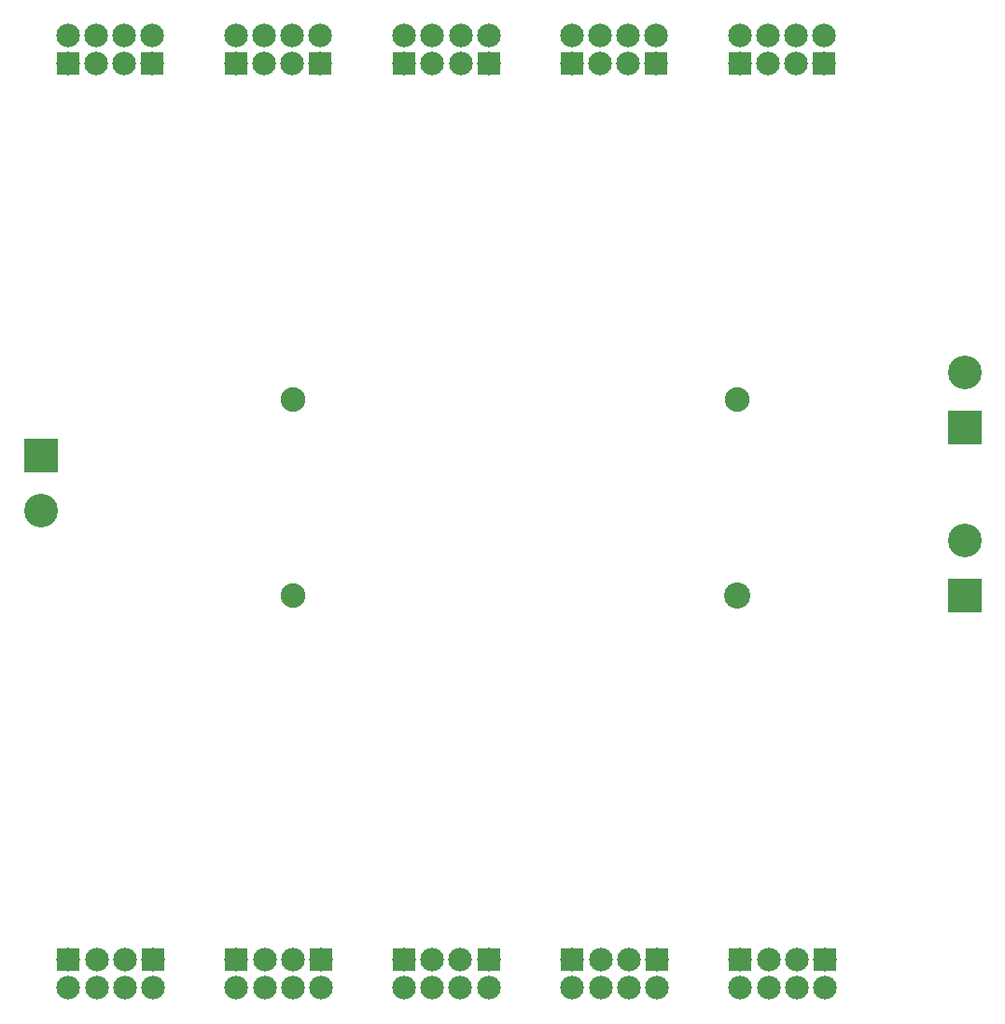
<source format=gbs>
G04 MADE WITH FRITZING*
G04 WWW.FRITZING.ORG*
G04 DOUBLE SIDED*
G04 HOLES PLATED*
G04 CONTOUR ON CENTER OF CONTOUR VECTOR*
%ASAXBY*%
%FSLAX23Y23*%
%MOIN*%
%OFA0B0*%
%SFA1.0B1.0*%
%ADD10C,0.084472*%
%ADD11C,0.088000*%
%ADD12C,0.093307*%
%ADD13C,0.120236*%
%ADD14R,0.084472X0.084108*%
%ADD15R,0.120236X0.120236*%
%LNMASK0*%
G90*
G70*
G54D10*
X2805Y374D03*
X2805Y274D03*
X2906Y374D03*
X2906Y274D03*
X3007Y374D03*
X3007Y274D03*
X3107Y374D03*
X3107Y274D03*
X1604Y374D03*
X1604Y274D03*
X1705Y374D03*
X1705Y274D03*
X1805Y374D03*
X1805Y274D03*
X1906Y374D03*
X1906Y274D03*
X2205Y374D03*
X2205Y274D03*
X2306Y374D03*
X2306Y274D03*
X2407Y374D03*
X2407Y274D03*
X2507Y374D03*
X2507Y274D03*
X1907Y3574D03*
X1907Y3674D03*
X1806Y3574D03*
X1806Y3674D03*
X1705Y3574D03*
X1705Y3674D03*
X1605Y3574D03*
X1605Y3674D03*
X2505Y3574D03*
X2505Y3674D03*
X2405Y3574D03*
X2405Y3674D03*
X2304Y3574D03*
X2304Y3674D03*
X2203Y3574D03*
X2203Y3674D03*
X1305Y3574D03*
X1305Y3674D03*
X1205Y3574D03*
X1205Y3674D03*
X1104Y3574D03*
X1104Y3674D03*
X1003Y3574D03*
X1003Y3674D03*
X705Y3574D03*
X705Y3674D03*
X605Y3574D03*
X605Y3674D03*
X504Y3574D03*
X504Y3674D03*
X403Y3574D03*
X403Y3674D03*
X1005Y374D03*
X1005Y274D03*
X1106Y374D03*
X1106Y274D03*
X1207Y374D03*
X1207Y274D03*
X1307Y374D03*
X1307Y274D03*
X3105Y3574D03*
X3105Y3674D03*
X3005Y3574D03*
X3005Y3674D03*
X2904Y3574D03*
X2904Y3674D03*
X2803Y3574D03*
X2803Y3674D03*
X405Y374D03*
X405Y274D03*
X506Y374D03*
X506Y274D03*
X607Y374D03*
X607Y274D03*
X707Y374D03*
X707Y274D03*
G54D11*
X1206Y2374D03*
X1206Y1674D03*
X2795Y2374D03*
G54D12*
X2795Y1674D03*
G54D13*
X3606Y2274D03*
X3606Y2470D03*
X3606Y1674D03*
X3606Y1870D03*
X306Y2174D03*
X306Y1977D03*
G54D14*
X2805Y374D03*
X3107Y374D03*
X1604Y374D03*
X1906Y374D03*
X2205Y374D03*
X2507Y374D03*
X1907Y3574D03*
X1605Y3574D03*
X2505Y3574D03*
X2203Y3574D03*
X1305Y3574D03*
X1003Y3574D03*
X705Y3574D03*
X403Y3574D03*
X1005Y374D03*
X1307Y374D03*
X3105Y3574D03*
X2803Y3574D03*
X405Y374D03*
X707Y374D03*
G54D15*
X3606Y2274D03*
X3606Y1674D03*
X306Y2174D03*
G04 End of Mask0*
M02*
</source>
